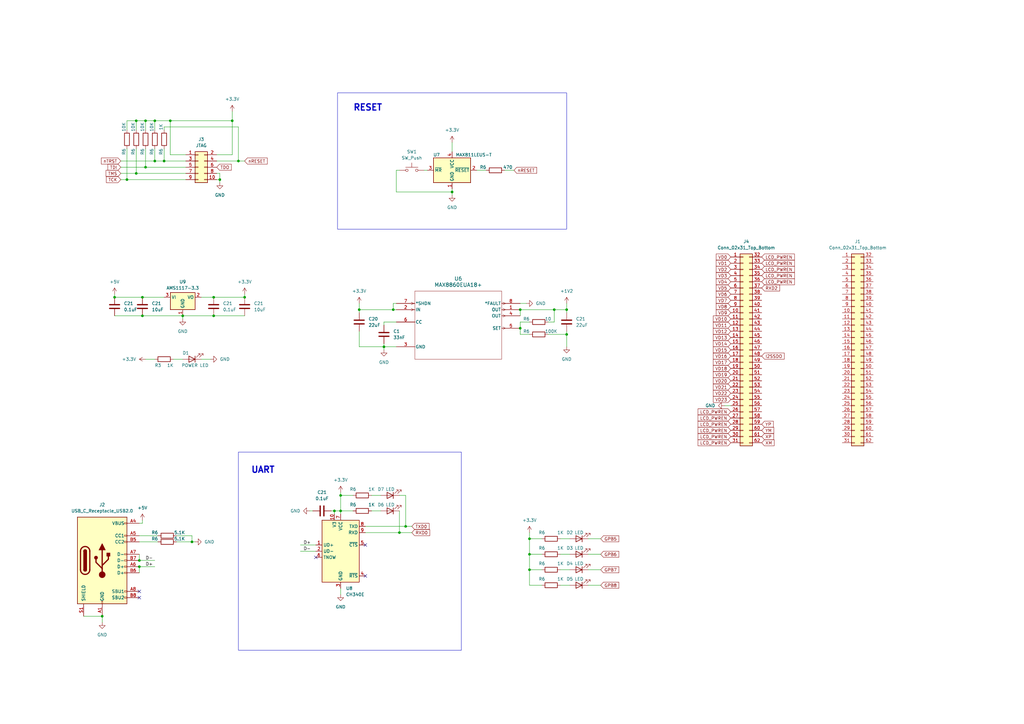
<source format=kicad_sch>
(kicad_sch (version 20230121) (generator eeschema)
  (paper "A3")
  (lib_symbols
    (symbol "Connector:USB_C_Receptacle_USB2.0" (pin_names (offset 1.016))
      (property "Reference" "J" (at -10.16 19.05 0))
      (property "Value" "USB_C_Receptacle_USB2.0" (at 19.05 19.05 0))
      (symbol "USB_C_Receptacle_USB2.0_1_1"
        (pin passive line (at 0 -22.86 90) (length 5.08) (name "GND") (number "A1"))
        (pin passive line (at 0 -22.86 90) (length 5.08) hide (name "GND") (number "A12"))
        (pin passive line (at 15.24 15.24 180) (length 5.08) (name "VBUS") (number "A4"))
        (pin bidirectional line (at 15.24 10.16 180) (length 5.08) (name "CC1") (number "A5"))
        (pin bidirectional line (at 15.24 -2.54 180) (length 5.08) (name "D+") (number "A6"))
        (pin bidirectional line (at 15.24 2.54 180) (length 5.08) (name "D-") (number "A7"))
        (pin bidirectional line (at 15.24 -12.7 180) (length 5.08) (name "SBU1") (number "A8"))
        (pin passive line (at 15.24 15.24 180) (length 5.08) hide (name "VBUS") (number "A9"))
        (pin passive line (at 0 -22.86 90) (length 5.08) hide (name "GND") (number "B1"))
        (pin passive line (at 0 -22.86 90) (length 5.08) hide (name "GND") (number "B12"))
        (pin passive line (at 15.24 15.24 180) (length 5.08) hide (name "VBUS") (number "B4"))
        (pin bidirectional line (at 15.24 7.62 180) (length 5.08) (name "CC2") (number "B5"))
        (pin bidirectional line (at 15.24 -5.08 180) (length 5.08) (name "D+") (number "B6"))
        (pin bidirectional line (at 15.24 0 180) (length 5.08) (name "D-") (number "B7"))
        (pin bidirectional line (at 15.24 -15.24 180) (length 5.08) (name "SBU2") (number "B8"))
        (pin passive line (at 15.24 15.24 180) (length 5.08) hide (name "VBUS") (number "B9"))
        (pin passive line (at -7.62 -22.86 90) (length 5.08) (name "SHIELD") (number "S1"))
      )
    )
    (symbol "Connector_Generic:Conn_02x05_Odd_Even" (pin_names (offset 1.016) hide)
      (property "Reference" "J" (at 1.27 7.62 0))
      (property "Value" "Conn_02x05_Odd_Even" (at 1.27 -7.62 0))
      (symbol "Conn_02x05_Odd_Even_1_1"
        (pin passive line (at -5.08 5.08 0) (length 3.81) (name "Pin_1") (number "1"))
        (pin passive line (at 7.62 -5.08 180) (length 3.81) (name "Pin_10") (number "10"))
        (pin passive line (at 7.62 5.08 180) (length 3.81) (name "Pin_2") (number "2"))
        (pin passive line (at -5.08 2.54 0) (length 3.81) (name "Pin_3") (number "3"))
        (pin passive line (at 7.62 2.54 180) (length 3.81) (name "Pin_4") (number "4"))
        (pin passive line (at -5.08 0 0) (length 3.81) (name "Pin_5") (number "5"))
        (pin passive line (at 7.62 0 180) (length 3.81) (name "Pin_6") (number "6"))
        (pin passive line (at -5.08 -2.54 0) (length 3.81) (name "Pin_7") (number "7"))
        (pin passive line (at 7.62 -2.54 180) (length 3.81) (name "Pin_8") (number "8"))
        (pin passive line (at -5.08 -5.08 0) (length 3.81) (name "Pin_9") (number "9"))
      )
    )
    (symbol "Connector_Generic:Conn_02x31_Top_Bottom" (pin_names (offset 1.016) hide)
      (property "Reference" "J" (at 1.27 40.64 0))
      (property "Value" "Conn_02x31_Top_Bottom" (at 1.27 -40.64 0))
      (symbol "Conn_02x31_Top_Bottom_1_1"
        (pin passive line (at -5.08 38.1 0) (length 3.81) (name "Pin_1") (number "1"))
        (pin passive line (at -5.08 15.24 0) (length 3.81) (name "Pin_10") (number "10"))
        (pin passive line (at -5.08 12.7 0) (length 3.81) (name "Pin_11") (number "11"))
        (pin passive line (at -5.08 10.16 0) (length 3.81) (name "Pin_12") (number "12"))
        (pin passive line (at -5.08 7.62 0) (length 3.81) (name "Pin_13") (number "13"))
        (pin passive line (at -5.08 5.08 0) (length 3.81) (name "Pin_14") (number "14"))
        (pin passive line (at -5.08 2.54 0) (length 3.81) (name "Pin_15") (number "15"))
        (pin passive line (at -5.08 0 0) (length 3.81) (name "Pin_16") (number "16"))
        (pin passive line (at -5.08 -2.54 0) (length 3.81) (name "Pin_17") (number "17"))
        (pin passive line (at -5.08 -5.08 0) (length 3.81) (name "Pin_18") (number "18"))
        (pin passive line (at -5.08 -7.62 0) (length 3.81) (name "Pin_19") (number "19"))
        (pin passive line (at -5.08 35.56 0) (length 3.81) (name "Pin_2") (number "2"))
        (pin passive line (at -5.08 -10.16 0) (length 3.81) (name "Pin_20") (number "20"))
        (pin passive line (at -5.08 -12.7 0) (length 3.81) (name "Pin_21") (number "21"))
        (pin passive line (at -5.08 -15.24 0) (length 3.81) (name "Pin_22") (number "22"))
        (pin passive line (at -5.08 -17.78 0) (length 3.81) (name "Pin_23") (number "23"))
        (pin passive line (at -5.08 -20.32 0) (length 3.81) (name "Pin_24") (number "24"))
        (pin passive line (at -5.08 -22.86 0) (length 3.81) (name "Pin_25") (number "25"))
        (pin passive line (at -5.08 -25.4 0) (length 3.81) (name "Pin_26") (number "26"))
        (pin passive line (at -5.08 -27.94 0) (length 3.81) (name "Pin_27") (number "27"))
        (pin passive line (at -5.08 -30.48 0) (length 3.81) (name "Pin_28") (number "28"))
        (pin passive line (at -5.08 -33.02 0) (length 3.81) (name "Pin_29") (number "29"))
        (pin passive line (at -5.08 33.02 0) (length 3.81) (name "Pin_3") (number "3"))
        (pin passive line (at -5.08 -35.56 0) (length 3.81) (name "Pin_30") (number "30"))
        (pin passive line (at -5.08 -38.1 0) (length 3.81) (name "Pin_31") (number "31"))
        (pin passive line (at 7.62 38.1 180) (length 3.81) (name "Pin_32") (number "32"))
        (pin passive line (at 7.62 35.56 180) (length 3.81) (name "Pin_33") (number "33"))
        (pin passive line (at 7.62 33.02 180) (length 3.81) (name "Pin_34") (number "34"))
        (pin passive line (at 7.62 30.48 180) (length 3.81) (name "Pin_35") (number "35"))
        (pin passive line (at 7.62 27.94 180) (length 3.81) (name "Pin_36") (number "36"))
        (pin passive line (at 7.62 25.4 180) (length 3.81) (name "Pin_37") (number "37"))
        (pin passive line (at 7.62 22.86 180) (length 3.81) (name "Pin_38") (number "38"))
        (pin passive line (at 7.62 20.32 180) (length 3.81) (name "Pin_39") (number "39"))
        (pin passive line (at -5.08 30.48 0) (length 3.81) (name "Pin_4") (number "4"))
        (pin passive line (at 7.62 17.78 180) (length 3.81) (name "Pin_40") (number "40"))
        (pin passive line (at 7.62 15.24 180) (length 3.81) (name "Pin_41") (number "41"))
        (pin passive line (at 7.62 12.7 180) (length 3.81) (name "Pin_42") (number "42"))
        (pin passive line (at 7.62 10.16 180) (length 3.81) (name "Pin_43") (number "43"))
        (pin passive line (at 7.62 7.62 180) (length 3.81) (name "Pin_44") (number "44"))
        (pin passive line (at 7.62 5.08 180) (length 3.81) (name "Pin_45") (number "45"))
        (pin passive line (at 7.62 2.54 180) (length 3.81) (name "Pin_46") (number "46"))
        (pin passive line (at 7.62 0 180) (length 3.81) (name "Pin_47") (number "47"))
        (pin passive line (at 7.62 -2.54 180) (length 3.81) (name "Pin_48") (number "48"))
        (pin passive line (at 7.62 -5.08 180) (length 3.81) (name "Pin_49") (number "49"))
        (pin passive line (at -5.08 27.94 0) (length 3.81) (name "Pin_5") (number "5"))
        (pin passive line (at 7.62 -7.62 180) (length 3.81) (name "Pin_50") (number "50"))
        (pin passive line (at 7.62 -10.16 180) (length 3.81) (name "Pin_51") (number "51"))
        (pin passive line (at 7.62 -12.7 180) (length 3.81) (name "Pin_52") (number "52"))
        (pin passive line (at 7.62 -15.24 180) (length 3.81) (name "Pin_53") (number "53"))
        (pin passive line (at 7.62 -17.78 180) (length 3.81) (name "Pin_54") (number "54"))
        (pin passive line (at 7.62 -20.32 180) (length 3.81) (name "Pin_55") (number "55"))
        (pin passive line (at 7.62 -22.86 180) (length 3.81) (name "Pin_56") (number "56"))
        (pin passive line (at 7.62 -25.4 180) (length 3.81) (name "Pin_57") (number "57"))
        (pin passive line (at 7.62 -27.94 180) (length 3.81) (name "Pin_58") (number "58"))
        (pin passive line (at 7.62 -30.48 180) (length 3.81) (name "Pin_59") (number "59"))
        (pin passive line (at -5.08 25.4 0) (length 3.81) (name "Pin_6") (number "6"))
        (pin passive line (at 7.62 -33.02 180) (length 3.81) (name "Pin_60") (number "60"))
        (pin passive line (at 7.62 -35.56 180) (length 3.81) (name "Pin_61") (number "61"))
        (pin passive line (at 7.62 -38.1 180) (length 3.81) (name "Pin_62") (number "62"))
        (pin passive line (at -5.08 22.86 0) (length 3.81) (name "Pin_7") (number "7"))
        (pin passive line (at -5.08 20.32 0) (length 3.81) (name "Pin_8") (number "8"))
        (pin passive line (at -5.08 17.78 0) (length 3.81) (name "Pin_9") (number "9"))
      )
    )
    (symbol "Device:C" (pin_numbers hide) (pin_names (offset 0.254))
      (property "Reference" "C" (at 0.635 2.54 0))
      (property "Value" "C" (at 0.635 -2.54 0))
      (symbol "C_1_1"
        (pin passive line (at 0 3.81 270) (length 2.794) (name "~") (number "1"))
        (pin passive line (at 0 -3.81 90) (length 2.794) (name "~") (number "2"))
      )
    )
    (symbol "Device:LED" (pin_numbers hide) (pin_names (offset 1.016) hide)
      (property "Reference" "D" (at 0 2.54 0))
      (property "Value" "LED" (at 0 -2.54 0))
      (symbol "LED_1_1"
        (pin passive line (at -3.81 0 0) (length 2.54) (name "K") (number "1"))
        (pin passive line (at 3.81 0 180) (length 2.54) (name "A") (number "2"))
      )
    )
    (symbol "Device:R" (pin_numbers hide) (pin_names (offset 0))
      (property "Reference" "R" (at 2.032 0 90))
      (property "Value" "R" (at 0 0 90))
      (symbol "R_1_1"
        (pin passive line (at 0 3.81 270) (length 1.27) (name "~") (number "1"))
        (pin passive line (at 0 -3.81 90) (length 1.27) (name "~") (number "2"))
      )
    )
    (symbol "Interface_USB:CH340E"
      (property "Reference" "U" (at -5.08 13.97 0))
      (property "Value" "CH340E" (at 1.27 13.97 0))
      (symbol "CH340E_1_1"
        (pin bidirectional line (at -10.16 2.54 0) (length 2.54) (name "UD+") (number "1"))
        (pin passive line (at -2.54 15.24 270) (length 2.54) (name "V3") (number "10"))
        (pin bidirectional line (at -10.16 0 0) (length 2.54) (name "UD-") (number "2"))
        (pin power_in line (at 0 -15.24 90) (length 2.54) (name "GND") (number "3"))
        (pin output line (at 10.16 -10.16 180) (length 2.54) (name "~{RTS}") (number "4"))
        (pin input line (at 10.16 2.54 180) (length 2.54) (name "~{CTS}") (number "5"))
        (pin output line (at -10.16 -2.54 0) (length 2.54) (name "TNOW") (number "6"))
        (pin power_in line (at 0 15.24 270) (length 2.54) (name "VCC") (number "7"))
        (pin output line (at 10.16 10.16 180) (length 2.54) (name "TXD") (number "8"))
        (pin input line (at 10.16 7.62 180) (length 2.54) (name "RXD") (number "9"))
      )
    )
    (symbol "MAX8860EUA18:MAX8860EUA18+" (pin_names (offset 0.254))
      (property "Reference" "U" (at 25.4 10.16 0))
      (property "Value" "MAX8860EUA18+" (at 25.4 7.62 0))
      (symbol "MAX8860EUA18+_0_1"
        (pin output line (at 50.8 -2.54 180) (length 7.62) (name "OUT") (number "1"))
        (pin input line (at 0 -2.54 0) (length 7.62) (name "IN") (number "2"))
        (pin power_in line (at 0 -17.78 0) (length 7.62) (name "GND") (number "3"))
        (pin output line (at 50.8 -5.08 180) (length 7.62) (name "OUT") (number "4"))
        (pin output line (at 50.8 -10.16 180) (length 7.62) (name "SET") (number "5"))
        (pin unspecified line (at 0 -7.62 0) (length 7.62) (name "CC") (number "6"))
        (pin input line (at 0 0 0) (length 7.62) (name "*SHDN") (number "7"))
        (pin output line (at 50.8 0 180) (length 7.62) (name "*FAULT") (number "8"))
      )
    )
    (symbol "Power_Supervisor:MAX811LEUS-T"
      (property "Reference" "U" (at -7.62 6.35 0))
      (property "Value" "MAX811LEUS-T" (at 1.27 6.35 0))
      (symbol "MAX811LEUS-T_1_1"
        (pin power_in line (at 0 -7.62 90) (length 2.54) (name "GND") (number "1"))
        (pin output line (at 10.16 0 180) (length 2.54) (name "~{RESET}") (number "2"))
        (pin input line (at -10.16 0 0) (length 2.54) (name "~{MR}") (number "3"))
        (pin power_in line (at 0 7.62 270) (length 2.54) (name "VCC") (number "4"))
      )
    )
    (symbol "Regulator_Linear:AMS1117-3.3"
      (property "Reference" "U" (at -3.81 3.175 0))
      (property "Value" "AMS1117-3.3" (at 0 3.175 0))
      (symbol "AMS1117-3.3_1_1"
        (pin power_in line (at 0 -7.62 90) (length 2.54) (name "GND") (number "1"))
        (pin power_out line (at 7.62 0 180) (length 2.54) (name "VO") (number "2"))
        (pin power_in line (at -7.62 0 0) (length 2.54) (name "VI") (number "3"))
      )
    )
    (symbol "Switch:SW_Push" (pin_numbers hide) (pin_names (offset 1.016) hide)
      (property "Reference" "SW" (at 1.27 2.54 0))
      (property "Value" "SW_Push" (at 0 -1.524 0))
      (symbol "SW_Push_0_1"
        (pin passive line (at -5.08 0 0) (length 2.54) (name "1") (number "1"))
        (pin passive line (at 5.08 0 180) (length 2.54) (name "2") (number "2"))
      )
    )
    (symbol "power:+1V2" (power) (pin_names (offset 0))
      (property "Value" "+1V2" (at 0 3.556 0))
      (symbol "+1V2_1_1"
        (pin power_in line (at 0 0 90) (length 0) hide (name "+1V2") (number "1"))
      )
    )
    (symbol "power:+3.3V" (power) (pin_names (offset 0))
      (property "Value" "+3.3V" (at 0 3.556 0))
      (symbol "+3.3V_1_1"
        (pin power_in line (at 0 0 90) (length 0) hide (name "+3.3V") (number "1"))
      )
    )
    (symbol "power:+5V" (power) (pin_names (offset 0))
      (property "Value" "+5V" (at 0 3.556 0))
      (symbol "+5V_1_1"
        (pin power_in line (at 0 0 90) (length 0) hide (name "+5V") (number "1"))
      )
    )
    (symbol "power:GND" (power) (pin_names (offset 0))
      (property "Value" "GND" (at 0 -3.81 0))
      (symbol "GND_1_1"
        (pin power_in line (at 0 0 270) (length 0) hide (name "GND") (number "1"))
      )
    )
  )
  (junction (at 213.36 134.62))
  (junction (at 232.41 137.16))
  (junction (at 137.16 209.55))
  (junction (at 46.99 121.92))
  (junction (at 161.29 127))
  (junction (at 139.7 203.2))
  (junction (at 58.42 129.54))
  (junction (at 232.41 127))
  (junction (at 78.74 222.25))
  (junction (at 157.48 142.24))
  (junction (at 58.42 121.92))
  (junction (at 163.83 218.44))
  (junction (at 63.5 66.04))
  (junction (at 57.15 229.87))
  (junction (at 217.17 220.98))
  (junction (at 52.07 73.66))
  (junction (at 87.63 129.54))
  (junction (at 100.33 121.92))
  (junction (at 90.17 73.66))
  (junction (at 213.36 127))
  (junction (at 63.5 49.53))
  (junction (at 57.15 232.41))
  (junction (at 55.88 71.12))
  (junction (at 227.33 127))
  (junction (at 59.69 49.53))
  (junction (at 97.79 66.04))
  (junction (at 217.17 227.33))
  (junction (at 95.25 49.53))
  (junction (at 59.69 68.58))
  (junction (at 139.7 209.55))
  (junction (at 166.37 215.9))
  (junction (at 217.17 233.68))
  (junction (at 55.88 49.53))
  (junction (at 69.85 49.53))
  (junction (at 147.32 127))
  (junction (at 87.63 121.92))
  (junction (at 185.42 78.74))
  (junction (at 67.31 66.04))
  (junction (at 41.91 252.73))
  (junction (at 74.93 129.54))
  (no_connect (at 149.86 223.52))
  (no_connect (at 129.54 228.6))
  (no_connect (at 149.86 236.22))
  (no_connect (at 57.15 245.11))
  (no_connect (at 57.15 242.57))
  (wire (pts (xy 87.63 121.92) (xy 100.33 121.92)))
  (wire (pts (xy 229.87 227.33) (xy 233.68 227.33)))
  (wire (pts (xy 46.99 129.54) (xy 58.42 129.54)))
  (wire (pts (xy 57.15 232.41) (xy 63.5 232.41)))
  (wire (pts (xy 49.53 66.04) (xy 63.5 66.04)))
  (wire (pts (xy 139.7 209.55) (xy 144.78 209.55)))
  (wire (pts (xy 88.9 71.12) (xy 90.17 71.12)))
  (wire (pts (xy 57.15 229.87) (xy 63.5 229.87)))
  (wire (pts (xy 63.5 60.96) (xy 63.5 66.04)))
  (wire (pts (xy 217.17 220.98) (xy 217.17 227.33)))
  (wire (pts (xy 157.48 143.51) (xy 157.48 142.24)))
  (wire (pts (xy 246.38 233.68) (xy 241.3 233.68)))
  (wire (pts (xy 72.39 222.25) (xy 78.74 222.25)))
  (wire (pts (xy 147.32 135.89) (xy 147.32 142.24)))
  (wire (pts (xy 213.36 127) (xy 213.36 129.54)))
  (wire (pts (xy 246.38 240.03) (xy 241.3 240.03)))
  (wire (pts (xy 149.86 215.9) (xy 166.37 215.9)))
  (wire (pts (xy 97.79 52.07) (xy 97.79 66.04)))
  (wire (pts (xy 147.32 142.24) (xy 157.48 142.24)))
  (wire (pts (xy 297.18 166.37) (xy 299.72 166.37)))
  (wire (pts (xy 213.36 127) (xy 227.33 127)))
  (wire (pts (xy 71.12 147.32) (xy 74.93 147.32)))
  (wire (pts (xy 59.69 68.58) (xy 76.2 68.58)))
  (wire (pts (xy 162.56 132.08) (xy 157.48 132.08)))
  (wire (pts (xy 161.29 124.46) (xy 162.56 124.46)))
  (wire (pts (xy 217.17 132.08) (xy 213.36 132.08)))
  (wire (pts (xy 227.33 127) (xy 227.33 132.08)))
  (wire (pts (xy 147.32 127) (xy 147.32 128.27)))
  (wire (pts (xy 139.7 203.2) (xy 139.7 209.55)))
  (wire (pts (xy 86.36 147.32) (xy 82.55 147.32)))
  (wire (pts (xy 139.7 241.3) (xy 139.7 243.84)))
  (wire (pts (xy 59.69 147.32) (xy 63.5 147.32)))
  (wire (pts (xy 59.69 60.96) (xy 59.69 68.58)))
  (wire (pts (xy 58.42 213.36) (xy 58.42 214.63)))
  (wire (pts (xy 67.31 52.07) (xy 97.79 52.07)))
  (wire (pts (xy 100.33 120.65) (xy 100.33 121.92)))
  (wire (pts (xy 161.29 127) (xy 162.56 127)))
  (wire (pts (xy 55.88 71.12) (xy 76.2 71.12)))
  (wire (pts (xy 127 209.55) (xy 128.27 209.55)))
  (wire (pts (xy 52.07 60.96) (xy 52.07 73.66)))
  (wire (pts (xy 213.36 132.08) (xy 213.36 134.62)))
  (wire (pts (xy 227.33 132.08) (xy 224.79 132.08)))
  (wire (pts (xy 232.41 124.46) (xy 232.41 127)))
  (wire (pts (xy 59.69 53.34) (xy 59.69 49.53)))
  (wire (pts (xy 137.16 210.82) (xy 137.16 209.55)))
  (wire (pts (xy 58.42 129.54) (xy 74.93 129.54)))
  (wire (pts (xy 135.89 209.55) (xy 137.16 209.55)))
  (wire (pts (xy 166.37 203.2) (xy 163.83 203.2)))
  (wire (pts (xy 123.19 223.52) (xy 129.54 223.52)))
  (wire (pts (xy 217.17 218.44) (xy 217.17 220.98)))
  (wire (pts (xy 87.63 129.54) (xy 100.33 129.54)))
  (wire (pts (xy 232.41 135.89) (xy 232.41 137.16)))
  (wire (pts (xy 34.29 252.73) (xy 41.91 252.73)))
  (wire (pts (xy 157.48 142.24) (xy 162.56 142.24)))
  (wire (pts (xy 161.29 127) (xy 147.32 127)))
  (wire (pts (xy 147.32 124.46) (xy 147.32 127)))
  (wire (pts (xy 49.53 68.58) (xy 59.69 68.58)))
  (wire (pts (xy 232.41 137.16) (xy 232.41 142.24)))
  (wire (pts (xy 157.48 132.08) (xy 157.48 133.35)))
  (wire (pts (xy 232.41 127) (xy 232.41 128.27)))
  (wire (pts (xy 185.42 78.74) (xy 185.42 80.01)))
  (wire (pts (xy 166.37 203.2) (xy 166.37 215.9)))
  (wire (pts (xy 55.88 60.96) (xy 55.88 71.12)))
  (wire (pts (xy 222.25 240.03) (xy 217.17 240.03)))
  (wire (pts (xy 195.58 69.85) (xy 199.39 69.85)))
  (wire (pts (xy 67.31 53.34) (xy 67.31 52.07)))
  (wire (pts (xy 57.15 222.25) (xy 64.77 222.25)))
  (wire (pts (xy 76.2 63.5) (xy 69.85 63.5)))
  (wire (pts (xy 139.7 203.2) (xy 144.78 203.2)))
  (wire (pts (xy 149.86 218.44) (xy 163.83 218.44)))
  (wire (pts (xy 57.15 234.95) (xy 57.15 232.41)))
  (wire (pts (xy 67.31 66.04) (xy 76.2 66.04)))
  (wire (pts (xy 88.9 66.04) (xy 97.79 66.04)))
  (wire (pts (xy 166.37 215.9) (xy 168.91 215.9)))
  (wire (pts (xy 59.69 49.53) (xy 63.5 49.53)))
  (wire (pts (xy 95.25 45.72) (xy 95.25 49.53)))
  (wire (pts (xy 139.7 201.93) (xy 139.7 203.2)))
  (wire (pts (xy 41.91 255.27) (xy 41.91 252.73)))
  (wire (pts (xy 162.56 78.74) (xy 185.42 78.74)))
  (wire (pts (xy 137.16 209.55) (xy 139.7 209.55)))
  (wire (pts (xy 227.33 127) (xy 232.41 127)))
  (wire (pts (xy 215.9 124.46) (xy 213.36 124.46)))
  (wire (pts (xy 58.42 121.92) (xy 67.31 121.92)))
  (wire (pts (xy 95.25 49.53) (xy 95.25 63.5)))
  (wire (pts (xy 52.07 49.53) (xy 52.07 53.34)))
  (wire (pts (xy 46.99 120.65) (xy 46.99 121.92)))
  (wire (pts (xy 52.07 49.53) (xy 55.88 49.53)))
  (wire (pts (xy 72.39 219.71) (xy 78.74 219.71)))
  (wire (pts (xy 90.17 71.12) (xy 90.17 73.66)))
  (wire (pts (xy 173.99 69.85) (xy 175.26 69.85)))
  (wire (pts (xy 213.36 134.62) (xy 213.36 137.16)))
  (wire (pts (xy 229.87 233.68) (xy 233.68 233.68)))
  (wire (pts (xy 161.29 124.46) (xy 161.29 127)))
  (wire (pts (xy 162.56 69.85) (xy 163.83 69.85)))
  (wire (pts (xy 152.4 203.2) (xy 156.21 203.2)))
  (wire (pts (xy 90.17 74.93) (xy 90.17 73.66)))
  (wire (pts (xy 57.15 227.33) (xy 57.15 229.87)))
  (wire (pts (xy 217.17 233.68) (xy 217.17 240.03)))
  (wire (pts (xy 152.4 209.55) (xy 156.21 209.55)))
  (wire (pts (xy 69.85 49.53) (xy 69.85 63.5)))
  (wire (pts (xy 217.17 227.33) (xy 217.17 233.68)))
  (wire (pts (xy 63.5 53.34) (xy 63.5 49.53)))
  (wire (pts (xy 49.53 73.66) (xy 52.07 73.66)))
  (wire (pts (xy 78.74 222.25) (xy 80.01 222.25)))
  (wire (pts (xy 57.15 219.71) (xy 64.77 219.71)))
  (wire (pts (xy 58.42 214.63) (xy 57.15 214.63)))
  (wire (pts (xy 90.17 73.66) (xy 88.9 73.66)))
  (wire (pts (xy 185.42 77.47) (xy 185.42 78.74)))
  (wire (pts (xy 88.9 63.5) (xy 95.25 63.5)))
  (wire (pts (xy 229.87 240.03) (xy 233.68 240.03)))
  (wire (pts (xy 185.42 58.42) (xy 185.42 62.23)))
  (wire (pts (xy 78.74 219.71) (xy 78.74 222.25)))
  (wire (pts (xy 74.93 130.81) (xy 74.93 129.54)))
  (wire (pts (xy 55.88 49.53) (xy 59.69 49.53)))
  (wire (pts (xy 63.5 66.04) (xy 67.31 66.04)))
  (wire (pts (xy 246.38 227.33) (xy 241.3 227.33)))
  (wire (pts (xy 82.55 121.92) (xy 87.63 121.92)))
  (wire (pts (xy 97.79 66.04) (xy 100.33 66.04)))
  (wire (pts (xy 49.53 71.12) (xy 55.88 71.12)))
  (wire (pts (xy 163.83 218.44) (xy 168.91 218.44)))
  (wire (pts (xy 224.79 137.16) (xy 232.41 137.16)))
  (wire (pts (xy 63.5 49.53) (xy 69.85 49.53)))
  (wire (pts (xy 222.25 233.68) (xy 217.17 233.68)))
  (wire (pts (xy 217.17 227.33) (xy 222.25 227.33)))
  (wire (pts (xy 74.93 129.54) (xy 87.63 129.54)))
  (wire (pts (xy 246.38 220.98) (xy 241.3 220.98)))
  (wire (pts (xy 55.88 49.53) (xy 55.88 53.34)))
  (wire (pts (xy 123.19 226.06) (xy 129.54 226.06)))
  (wire (pts (xy 210.82 69.85) (xy 207.01 69.85)))
  (wire (pts (xy 46.99 121.92) (xy 58.42 121.92)))
  (wire (pts (xy 222.25 220.98) (xy 217.17 220.98)))
  (wire (pts (xy 163.83 209.55) (xy 163.83 218.44)))
  (wire (pts (xy 67.31 60.96) (xy 67.31 66.04)))
  (wire (pts (xy 69.85 49.53) (xy 95.25 49.53)))
  (wire (pts (xy 52.07 73.66) (xy 76.2 73.66)))
  (wire (pts (xy 157.48 140.97) (xy 157.48 142.24)))
  (wire (pts (xy 162.56 69.85) (xy 162.56 78.74)))
  (wire (pts (xy 229.87 220.98) (xy 233.68 220.98)))
  (wire (pts (xy 213.36 137.16) (xy 217.17 137.16)))
  (wire (pts (xy 139.7 209.55) (xy 139.7 210.82)))
  (rectangle (start 97.79 185.42) (end 189.23 266.7))
  (rectangle (start 138.43 38.1) (end 232.41 93.98))
  (text "UART" (at 102.87 194.31 0) (effects (font (size 2.54 2.54) (thickness 0.508) bold) (justify left bottom)))
  (text "RESET" (at 144.78 45.72 0) (effects (font (size 2.54 2.54) (thickness 0.508) bold) (justify left bottom)))
  (label "D-" (at 124.46 226.06 0))
  (label "D+" (at 124.46 223.52 0))
  (label "D+" (at 59.69 232.41 0))
  (label "D-" (at 59.69 229.87 0))
  (global_label "VD8" (shape input) (at 299.72 125.73 180) (property "Intersheetrefs" "${INTERSHEET_REFS}" (effects hide)))
  (global_label "VD17" (shape input) (at 299.72 148.59 180) (property "Intersheetrefs" "${INTERSHEET_REFS}" (effects hide)))
  (global_label "nRESET" (shape input) (at 100.33 66.04 0) (property "Intersheetrefs" "${INTERSHEET_REFS}" (effects hide)))
  (global_label "LCD_PWREN" (shape input) (at 299.72 181.61 180) (property "Intersheetrefs" "${INTERSHEET_REFS}" (effects hide)))
  (global_label "VD21" (shape input) (at 299.72 158.75 180) (property "Intersheetrefs" "${INTERSHEET_REFS}" (effects hide)))
  (global_label "VD16" (shape input) (at 299.72 146.05 180) (property "Intersheetrefs" "${INTERSHEET_REFS}" (effects hide)))
  (global_label "VD15" (shape input) (at 299.72 143.51 180) (property "Intersheetrefs" "${INTERSHEET_REFS}" (effects hide)))
  (global_label "nRESET" (shape input) (at 210.82 69.85 0) (property "Intersheetrefs" "${INTERSHEET_REFS}" (effects hide)))
  (global_label "VD20" (shape input) (at 299.72 156.21 180) (property "Intersheetrefs" "${INTERSHEET_REFS}" (effects hide)))
  (global_label "VD6" (shape input) (at 299.72 120.65 180) (property "Intersheetrefs" "${INTERSHEET_REFS}" (effects hide)))
  (global_label "VD18" (shape input) (at 299.72 151.13 180) (property "Intersheetrefs" "${INTERSHEET_REFS}" (effects hide)))
  (global_label "TMS" (shape input) (at 49.53 71.12 180) (property "Intersheetrefs" "${INTERSHEET_REFS}" (effects hide)))
  (global_label "TCK" (shape input) (at 49.53 73.66 180) (property "Intersheetrefs" "${INTERSHEET_REFS}" (effects hide)))
  (global_label "GPB7" (shape input) (at 246.38 233.68 0) (property "Intersheetrefs" "${INTERSHEET_REFS}" (effects hide)))
  (global_label "VD11" (shape input) (at 299.72 133.35 180) (property "Intersheetrefs" "${INTERSHEET_REFS}" (effects hide)))
  (global_label "VD10" (shape input) (at 299.72 130.81 180) (property "Intersheetrefs" "${INTERSHEET_REFS}" (effects hide)))
  (global_label "I2SSDO" (shape input) (at 312.42 146.05 0) (property "Intersheetrefs" "${INTERSHEET_REFS}" (effects hide)))
  (global_label "XM" (shape input) (at 312.42 181.61 0) (property "Intersheetrefs" "${INTERSHEET_REFS}" (effects hide)))
  (global_label "TXD0" (shape input) (at 168.91 215.9 0) (property "Intersheetrefs" "${INTERSHEET_REFS}" (effects hide)))
  (global_label "LCD_PWREN" (shape input) (at 312.42 107.95 0) (property "Intersheetrefs" "${INTERSHEET_REFS}" (effects hide)))
  (global_label "VD9" (shape input) (at 299.72 128.27 180) (property "Intersheetrefs" "${INTERSHEET_REFS}" (effects hide)))
  (global_label "LCD_PWREN" (shape input) (at 299.72 168.91 180) (property "Intersheetrefs" "${INTERSHEET_REFS}" (effects hide)))
  (global_label "VD1" (shape input) (at 299.72 107.95 180) (property "Intersheetrefs" "${INTERSHEET_REFS}" (effects hide)))
  (global_label "YP" (shape input) (at 312.42 173.99 0) (property "Intersheetrefs" "${INTERSHEET_REFS}" (effects hide)))
  (global_label "VD5" (shape input) (at 299.72 118.11 180) (property "Intersheetrefs" "${INTERSHEET_REFS}" (effects hide)))
  (global_label "LCD_PWREN" (shape input) (at 312.42 115.57 0) (property "Intersheetrefs" "${INTERSHEET_REFS}" (effects hide)))
  (global_label "VD14" (shape input) (at 299.72 140.97 180) (property "Intersheetrefs" "${INTERSHEET_REFS}" (effects hide)))
  (global_label "TDO" (shape input) (at 88.9 68.58 0) (property "Intersheetrefs" "${INTERSHEET_REFS}" (effects hide)))
  (global_label "LCD_PWREN" (shape input) (at 312.42 105.41 0) (property "Intersheetrefs" "${INTERSHEET_REFS}" (effects hide)))
  (global_label "VD19" (shape input) (at 299.72 153.67 180) (property "Intersheetrefs" "${INTERSHEET_REFS}" (effects hide)))
  (global_label "LCD_PWREN" (shape input) (at 312.42 110.49 0) (property "Intersheetrefs" "${INTERSHEET_REFS}" (effects hide)))
  (global_label "LCD_PWREN" (shape input) (at 299.72 179.07 180) (property "Intersheetrefs" "${INTERSHEET_REFS}" (effects hide)))
  (global_label "VD7" (shape input) (at 299.72 123.19 180) (property "Intersheetrefs" "${INTERSHEET_REFS}" (effects hide)))
  (global_label "VD2" (shape input) (at 299.72 110.49 180) (property "Intersheetrefs" "${INTERSHEET_REFS}" (effects hide)))
  (global_label "VD4" (shape input) (at 299.72 115.57 180) (property "Intersheetrefs" "${INTERSHEET_REFS}" (effects hide)))
  (global_label "XP" (shape input) (at 312.42 179.07 0) (property "Intersheetrefs" "${INTERSHEET_REFS}" (effects hide)))
  (global_label "VD12" (shape input) (at 299.72 135.89 180) (property "Intersheetrefs" "${INTERSHEET_REFS}" (effects hide)))
  (global_label "GPB6" (shape input) (at 246.38 227.33 0) (property "Intersheetrefs" "${INTERSHEET_REFS}" (effects hide)))
  (global_label "VD13" (shape input) (at 299.72 138.43 180) (property "Intersheetrefs" "${INTERSHEET_REFS}" (effects hide)))
  (global_label "LCD_PWREN" (shape input) (at 299.72 171.45 180) (property "Intersheetrefs" "${INTERSHEET_REFS}" (effects hide)))
  (global_label "VD23" (shape input) (at 299.72 163.83 180) (property "Intersheetrefs" "${INTERSHEET_REFS}" (effects hide)))
  (global_label "LCD_PWREN" (shape input) (at 312.42 113.03 0) (property "Intersheetrefs" "${INTERSHEET_REFS}" (effects hide)))
  (global_label "GPB8" (shape input) (at 246.38 240.03 0) (property "Intersheetrefs" "${INTERSHEET_REFS}" (effects hide)))
  (global_label "LCD_PWREN" (shape input) (at 299.72 176.53 180) (property "Intersheetrefs" "${INTERSHEET_REFS}" (effects hide)))
  (global_label "TDI" (shape input) (at 49.53 68.58 180) (property "Intersheetrefs" "${INTERSHEET_REFS}" (effects hide)))
  (global_label "RXD2" (shape input) (at 312.42 118.11 0) (property "Intersheetrefs" "${INTERSHEET_REFS}" (effects hide)))
  (global_label "VD22" (shape input) (at 299.72 161.29 180) (property "Intersheetrefs" "${INTERSHEET_REFS}" (effects hide)))
  (global_label "LCD_PWREN" (shape input) (at 299.72 173.99 180) (property "Intersheetrefs" "${INTERSHEET_REFS}" (effects hide)))
  (global_label "nTRST" (shape input) (at 49.53 66.04 180) (property "Intersheetrefs" "${INTERSHEET_REFS}" (effects hide)))
  (global_label "VD3" (shape input) (at 299.72 113.03 180) (property "Intersheetrefs" "${INTERSHEET_REFS}" (effects hide)))
  (global_label "VD0" (shape input) (at 299.72 105.41 180) (property "Intersheetrefs" "${INTERSHEET_REFS}" (effects hide)))
  (global_label "YM" (shape input) (at 312.42 176.53 0) (property "Intersheetrefs" "${INTERSHEET_REFS}" (effects hide)))
  (global_label "GPB5" (shape input) (at 246.38 220.98 0) (property "Intersheetrefs" "${INTERSHEET_REFS}" (effects hide)))
  (global_label "RXD0" (shape input) (at 168.91 218.44 0) (property "Intersheetrefs" "${INTERSHEET_REFS}" (effects hide)))
  (symbol (lib_id "Interface_USB:CH340E") (at 139.7 226.06 0) (unit 1)
    (property "Reference" "U8" (at 141.8941 241.3 0) (effects (justify left)))
    (property "Value" "CH340E" (at 141.8941 243.84 0) (effects (justify left)))
    (property "Footprint" "Package_SO:MSOP-10_3x3mm_P0.5mm" (effects hide))
    (property "Datasheet" "https://www.mpja.com/download/35227cpdata.pdf" (effects hide))
  )
  (symbol (lib_id "Regulator_Linear:AMS1117-3.3") (at 74.93 121.92 0) (unit 1)
    (property "Reference" "U9" (at 74.93 115.57 0))
    (property "Value" "AMS1117-3.3" (at 74.93 118.11 0))
    (property "Footprint" "Package_TO_SOT_SMD:SOT-223-3_TabPin2" (effects hide))
    (property "Datasheet" "http://www.advanced-monolithic.com/pdf/ds1117.pdf" (effects hide))
  )
  (symbol (lib_id "power:+3.3V") (at 139.7 201.93 0) (unit 1)
    (property "Reference" "#PWR05" (effects hide))
    (property "Value" "+3.3V" (at 139.7 196.85 0))
    (instances (project "my-s3c2440" (path "" (reference "#PWR05") (unit 1)) (path "" (reference "#PWR034") (unit 1)) (path "" (reference "#PWR046") (unit 1))))
  )
  (symbol (lib_id "Connector_Generic:Conn_02x05_Odd_Even") (at 81.28 68.58 0) (unit 1)
    (property "Reference" "J3" (at 82.55 57.15 0))
    (property "Value" "JTAG" (at 82.55 59.69 0))
  )
  (symbol (lib_id "power:GND") (at 80.01 222.25 90) (unit 1)
    (property "Reference" "#PWR031" (effects hide))
    (property "Value" "GND" (at 83.82 222.25 90) (effects (justify right)))
    (instances (project "my-s3c2440" (path "" (reference "#PWR031") (unit 1)) (path "" (reference "#PWR043") (unit 1))))
  )
  (symbol (lib_id "Device:R") (at 220.98 132.08 90) (unit 1)
    (property "Reference" "R6" (at 215.9 130.81 90))
    (property "Value" "10" (at 224.79 130.81 90))
    (property "Footprint" "Resistor_SMD:R_0603_1608Metric" (effects hide))
    (instances (project "my-s3c2440" (path "" (reference "R6") (unit 1)) (path "" (reference "R12") (unit 1)) (path "" (reference "R11") (unit 1))))
  )
  (symbol (lib_id "Device:C") (at 100.33 125.73 0) (unit 1)
    (property "Reference" "C21" (at 104.14 124.46 0) (effects (justify left)))
    (property "Value" "10uF" (at 104.14 127 0) (effects (justify left)))
    (property "Footprint" "Capacitor_SMD:C_0603_1608Metric" (effects hide))
    (instances (project "my-s3c2440" (path "" (reference "C21") (unit 1)) (path "" (reference "C26") (unit 1))))
  )
  (symbol (lib_id "Device:R") (at 63.5 57.15 180) (unit 1)
    (property "Reference" "R6" (at 62.23 62.23 90))
    (property "Value" "10K" (at 62.23 52.07 90))
    (property "Footprint" "Resistor_SMD:R_0603_1608Metric" (effects hide))
    (instances (project "my-s3c2440" (path "" (reference "R6") (unit 1)) (path "" (reference "R11") (unit 1)) (path "" (reference "R26") (unit 1))))
  )
  (symbol (lib_id "Device:R") (at 226.06 227.33 90) (unit 1)
    (property "Reference" "R6" (at 222.25 224.79 90))
    (property "Value" "1K" (at 229.87 224.79 90))
    (property "Footprint" "Resistor_SMD:R_0603_1608Metric" (effects hide))
    (instances (project "my-s3c2440" (path "" (reference "R6") (unit 1)) (path "" (reference "R6") (unit 1)) (path "" (reference "R19") (unit 1))))
  )
  (symbol (lib_id "Device:R") (at 52.07 57.15 180) (unit 1)
    (property "Reference" "R6" (at 50.8 62.23 90))
    (property "Value" "10K" (at 50.8 52.07 90))
    (property "Footprint" "Resistor_SMD:R_0603_1608Metric" (effects hide))
    (instances (project "my-s3c2440" (path "" (reference "R6") (unit 1)) (path "" (reference "R11") (unit 1)) (path "" (reference "R28") (unit 1))))
  )
  (symbol (lib_id "Device:R") (at 226.06 240.03 90) (unit 1)
    (property "Reference" "R6" (at 222.25 237.49 90))
    (property "Value" "1K" (at 229.87 237.49 90))
    (property "Footprint" "Resistor_SMD:R_0603_1608Metric" (effects hide))
    (instances (project "my-s3c2440" (path "" (reference "R6") (unit 1)) (path "" (reference "R6") (unit 1)) (path "" (reference "R21") (unit 1))))
  )
  (symbol (lib_id "Device:R") (at 59.69 57.15 180) (unit 1)
    (property "Reference" "R6" (at 58.42 62.23 90))
    (property "Value" "10K" (at 58.42 52.07 90))
    (property "Footprint" "Resistor_SMD:R_0603_1608Metric" (effects hide))
    (instances (project "my-s3c2440" (path "" (reference "R6") (unit 1)) (path "" (reference "R11") (unit 1)) (path "" (reference "R27") (unit 1))))
  )
  (symbol (lib_id "Device:R") (at 220.98 137.16 90) (unit 1)
    (property "Reference" "R6" (at 215.9 135.89 90))
    (property "Value" "100K" (at 226.06 135.89 90))
    (property "Footprint" "Resistor_SMD:R_0603_1608Metric" (effects hide))
    (instances (project "my-s3c2440" (path "" (reference "R6") (unit 1)) (path "" (reference "R11") (unit 1)) (path "" (reference "R12") (unit 1))))
  )
  (symbol (lib_id "power:+3.3V") (at 100.33 120.65 0) (unit 1)
    (property "Reference" "#PWR05" (effects hide))
    (property "Value" "+3.3V" (at 100.33 115.57 0))
    (instances (project "my-s3c2440" (path "" (reference "#PWR05") (unit 1)) (path "" (reference "#PWR034") (unit 1)) (path "" (reference "#PWR050") (unit 1))))
  )
  (symbol (lib_id "power:GND") (at 41.91 255.27 0) (unit 1)
    (property "Reference" "#PWR031" (effects hide))
    (property "Value" "GND" (at 41.91 260.35 0))
    (instances (project "my-s3c2440" (path "" (reference "#PWR031") (unit 1)) (path "" (reference "#PWR044") (unit 1))))
  )
  (symbol (lib_id "Device:LED") (at 78.74 147.32 180) (unit 1)
    (property "Reference" "D1" (at 76.2 144.78 0))
    (property "Value" "POWER LED" (at 80.01 149.86 0))
    (property "Footprint" "LED_SMD:LED_0603_1608Metric" (effects hide))
  )
  (symbol (lib_id "MAX8860EUA18:MAX8860EUA18+") (at 162.56 124.46 0) (unit 1)
    (property "Reference" "U6" (at 187.96 114.3 0) (effects (font (size 1.524 1.524))))
    (property "Value" "MAX8860EUA18+" (at 187.96 116.84 0) (effects (font (size 1.524 1.524))))
    (property "Datasheet" "MAX8860EUA18+" (effects hide))
  )
  (symbol (lib_id "Device:R") (at 55.88 57.15 180) (unit 1)
    (property "Reference" "R6" (at 54.61 62.23 90))
    (property "Value" "10K" (at 54.61 52.07 90))
    (property "Footprint" "Resistor_SMD:R_0603_1608Metric" (effects hide))
    (instances (project "my-s3c2440" (path "" (reference "R6") (unit 1)) (path "" (reference "R11") (unit 1)) (path "" (reference "R29") (unit 1))))
  )
  (symbol (lib_id "Device:C") (at 147.32 132.08 0) (unit 1)
    (property "Reference" "C20" (at 151.13 130.81 0) (effects (justify left)))
    (property "Value" "22uF" (at 151.13 133.35 0) (effects (justify left)))
    (property "Footprint" "Capacitor_SMD:C_0603_1608Metric" (effects hide))
    (instances (project "my-s3c2440" (path "" (reference "C20") (unit 1)) (path "" (reference "C1") (unit 1))))
  )
  (symbol (lib_id "power:+1V2") (at 232.41 124.46 0) (unit 1)
    (property "Reference" "#PWR023" (effects hide))
    (property "Value" "+1V2" (at 232.41 119.38 0))
    (instances (project "my-s3c2440" (path "" (reference "#PWR023") (unit 1)) (path "" (reference "#PWR033") (unit 1))))
  )
  (symbol (lib_id "Connector_Generic:Conn_02x31_Top_Bottom") (at 304.8 143.51 0) (unit 1)
    (property "Reference" "J4" (at 306.07 99.06 0))
    (property "Value" "Conn_02x31_Top_Bottom" (at 306.07 101.6 0))
  )
  (symbol (lib_id "power:+5V") (at 46.99 120.65 0) (unit 1)
    (property "Reference" "#PWR049" (effects hide))
    (property "Value" "+5V" (at 46.99 115.57 0))
  )
  (symbol (lib_id "Connector_Generic:Conn_02x31_Top_Bottom") (at 350.52 143.51 0) (unit 1)
    (property "Reference" "J1" (at 351.79 99.06 0))
    (property "Value" "Conn_02x31_Top_Bottom" (at 351.79 101.6 0))
  )
  (symbol (lib_id "Connector:USB_C_Receptacle_USB2.0") (at 41.91 229.87 0) (unit 1)
    (property "Reference" "J2" (at 41.91 207.01 0))
    (property "Value" "USB_C_Receptacle_USB2.0" (at 41.91 209.55 0))
    (property "Footprint" "Connector_USB:USB_C_Receptacle_XKB_U262-16XN-4BVC11" (effects hide))
    (property "Datasheet" "https://www.usb.org/sites/default/files/documents/usb_type-c.zip" (effects hide))
  )
  (symbol (lib_id "power:GND") (at 232.41 142.24 0) (unit 1)
    (property "Reference" "#PWR031" (effects hide))
    (property "Value" "GND" (at 232.41 147.32 0))
    (instances (project "my-s3c2440" (path "" (reference "#PWR031") (unit 1)) (path "" (reference "#PWR034") (unit 1))))
  )
  (symbol (lib_id "Device:LED") (at 160.02 203.2 180) (unit 1)
    (property "Reference" "D7" (at 156.21 200.66 0))
    (property "Value" "LED" (at 160.02 200.66 0))
    (property "Footprint" "LED_SMD:LED_0603_1608Metric" (effects hide))
    (instances (project "my-s3c2440" (path "" (reference "D7") (unit 1))) (project "8bit-v1.1" (path "" (reference "D34") (unit 1))))
  )
  (symbol (lib_id "Device:R") (at 68.58 219.71 90) (unit 1)
    (property "Reference" "R6" (at 63.5 218.44 90))
    (property "Value" "5.1K" (at 73.66 218.44 90))
    (property "Footprint" "Resistor_SMD:R_0603_1608Metric" (effects hide))
    (instances (project "my-s3c2440" (path "" (reference "R6") (unit 1)) (path "" (reference "R12") (unit 1)) (path "" (reference "R22") (unit 1))))
  )
  (symbol (lib_id "power:GND") (at 185.42 80.01 0) (unit 1)
    (property "Reference" "#PWR031" (effects hide))
    (property "Value" "GND" (at 185.42 85.09 0))
    (instances (project "my-s3c2440" (path "" (reference "#PWR031") (unit 1)) (path "" (reference "#PWR039") (unit 1))))
  )
  (symbol (lib_id "Device:R") (at 148.59 203.2 90) (unit 1)
    (property "Reference" "R6" (at 144.78 200.66 90))
    (property "Value" "1K" (at 152.4 200.66 90))
    (property "Footprint" "Resistor_SMD:R_0603_1608Metric" (effects hide))
    (instances (project "my-s3c2440" (path "" (reference "R6") (unit 1)) (path "" (reference "R6") (unit 1)) (path "" (reference "R25") (unit 1))))
  )
  (symbol (lib_id "power:GND") (at 86.36 147.32 90) (unit 1)
    (property "Reference" "#PWR026" (effects hide))
    (property "Value" "GND" (at 90.17 147.32 90) (effects (justify right)))
    (instances (project "my-s3c2440" (path "" (reference "#PWR026") (unit 1)) (path "" (reference "#PWR027") (unit 1))))
  )
  (symbol (lib_id "Device:LED") (at 237.49 240.03 180) (unit 1)
    (property "Reference" "D5" (at 233.68 237.49 0))
    (property "Value" "LED" (at 237.49 237.49 0))
    (property "Footprint" "LED_SMD:LED_0603_1608Metric" (effects hide))
    (instances (project "my-s3c2440" (path "" (reference "D5") (unit 1))) (project "8bit-v1.1" (path "" (reference "D34") (unit 1))))
  )
  (symbol (lib_id "power:+3.3V") (at 147.32 124.46 0) (unit 1)
    (property "Reference" "#PWR05" (effects hide))
    (property "Value" "+3.3V" (at 147.32 119.38 0))
    (instances (project "my-s3c2440" (path "" (reference "#PWR05") (unit 1)) (path "" (reference "#PWR034") (unit 1)) (path "" (reference "#PWR022") (unit 1))))
  )
  (symbol (lib_id "Device:R") (at 68.58 222.25 90) (unit 1)
    (property "Reference" "R6" (at 63.5 220.98 90))
    (property "Value" "5.1K" (at 73.66 220.98 90))
    (property "Footprint" "Resistor_SMD:R_0603_1608Metric" (effects hide))
    (instances (project "my-s3c2440" (path "" (reference "R6") (unit 1)) (path "" (reference "R12") (unit 1)) (path "" (reference "R23") (unit 1))))
  )
  (symbol (lib_id "Power_Supervisor:MAX811LEUS-T") (at 185.42 69.85 0) (unit 1)
    (property "Reference" "U7" (at 179.07 63.5 0))
    (property "Value" "MAX811LEUS-T" (at 194.31 63.5 0))
    (property "Footprint" "Package_TO_SOT_SMD:SOT-143" (effects hide))
    (property "Datasheet" "https://datasheets.maximintegrated.com/en/ds/MAX811-MAX812.pdf" (effects hide))
  )
  (symbol (lib_id "Device:C") (at 232.41 132.08 180) (unit 1)
    (property "Reference" "C21" (at 236.22 130.81 0) (effects (justify right)))
    (property "Value" "22uF" (at 236.22 133.35 0) (effects (justify right)))
    (property "Footprint" "Capacitor_SMD:C_0603_1608Metric" (effects hide))
  )
  (symbol (lib_id "power:GND") (at 157.48 143.51 0) (unit 1)
    (property "Reference" "#PWR022" (effects hide))
    (property "Value" "GND" (at 157.48 148.59 0))
    (instances (project "my-s3c2440" (path "" (reference "#PWR022") (unit 1)) (path "" (reference "#PWR023") (unit 1))))
  )
  (symbol (lib_id "power:+3.3V") (at 59.69 147.32 90) (unit 1)
    (property "Reference" "#PWR03" (effects hide))
    (property "Value" "+3.3V" (at 55.88 147.32 90) (effects (justify left)))
    (instances (project "my-s3c2440" (path "" (reference "#PWR03") (unit 1)) (path "" (reference "#PWR011") (unit 1)) (path "" (reference "#PWR027") (unit 1)) (path "" (reference "#PWR026") (unit 1))))
  )
  (symbol (lib_id "Device:LED") (at 237.49 227.33 180) (unit 1)
    (property "Reference" "D3" (at 233.68 224.79 0))
    (property "Value" "LED" (at 237.49 224.79 0))
    (property "Footprint" "LED_SMD:LED_0603_1608Metric" (effects hide))
    (instances (project "my-s3c2440" (path "" (reference "D3") (unit 1))) (project "8bit-v1.1" (path "" (reference "D34") (unit 1))))
  )
  (symbol (lib_id "Device:R") (at 203.2 69.85 90) (unit 1)
    (property "Reference" "R6" (at 198.12 68.58 90))
    (property "Value" "470" (at 208.28 68.58 90))
    (property "Footprint" "Resistor_SMD:R_0603_1608Metric" (effects hide))
    (instances (project "my-s3c2440" (path "" (reference "R6") (unit 1)) (path "" (reference "R12") (unit 1)) (path "" (reference "R17") (unit 1))))
  )
  (symbol (lib_id "Device:C") (at 58.42 125.73 180) (unit 1)
    (property "Reference" "C21" (at 62.23 124.46 0) (effects (justify right)))
    (property "Value" "10uF" (at 62.23 127 0) (effects (justify right)))
    (property "Footprint" "Capacitor_SMD:C_0603_1608Metric" (effects hide))
    (instances (project "my-s3c2440" (path "" (reference "C21") (unit 1)) (path "" (reference "C23") (unit 1))))
  )
  (symbol (lib_id "Device:C") (at 132.08 209.55 270) (unit 1)
    (property "Reference" "C21" (at 132.08 201.93 90))
    (property "Value" "0.1uF" (at 132.08 204.47 90))
    (property "Footprint" "Capacitor_SMD:C_0603_1608Metric" (effects hide))
    (instances (project "my-s3c2440" (path "" (reference "C21") (unit 1)) (path "" (reference "C22") (unit 1))))
  )
  (symbol (lib_id "power:GND") (at 215.9 124.46 90) (unit 1)
    (property "Reference" "#PWR033" (effects hide))
    (property "Value" "GND" (at 219.71 124.46 90) (effects (justify right)))
    (instances (project "my-s3c2440" (path "" (reference "#PWR033") (unit 1)) (path "" (reference "#PWR031") (unit 1))))
  )
  (symbol (lib_id "power:GND") (at 74.93 130.81 0) (unit 1)
    (property "Reference" "#PWR031" (effects hide))
    (property "Value" "GND" (at 74.93 135.89 0))
    (instances (project "my-s3c2440" (path "" (reference "#PWR031") (unit 1)) (path "" (reference "#PWR051") (unit 1))))
  )
  (symbol (lib_id "Device:C") (at 87.63 125.73 0) (unit 1)
    (property "Reference" "C21" (at 91.44 124.46 0) (effects (justify left)))
    (property "Value" "0.1uF" (at 91.44 127 0) (effects (justify left)))
    (property "Footprint" "Capacitor_SMD:C_0603_1608Metric" (effects hide))
    (instances (project "my-s3c2440" (path "" (reference "C21") (unit 1)) (path "" (reference "C24") (unit 1))))
  )
  (symbol (lib_id "power:+3.3V") (at 217.17 218.44 0) (unit 1)
    (property "Reference" "#PWR07" (effects hide))
    (property "Value" "+3.3V" (at 217.17 213.36 0))
    (instances (project "my-s3c2440" (path "" (reference "#PWR07") (unit 1)) (path "" (reference "#PWR036") (unit 1)) (path "" (reference "#PWR041") (unit 1))))
  )
  (symbol (lib_id "Switch:SW_Push") (at 168.91 69.85 0) (unit 1)
    (property "Reference" "SW1" (at 168.91 62.23 0))
    (property "Value" "SW_Push" (at 168.91 64.77 0))
    (property "Footprint" "Button_Switch_SMD:SW_SPST_TL3305A" (effects hide))
    (instances (project "my-s3c2440" (path "" (reference "SW1") (unit 1))) (project "8bit-v1.1" (path "" (reference "SW2") (unit 1))))
  )
  (symbol (lib_id "Device:R") (at 67.31 147.32 270) (unit 1)
    (property "Reference" "R3" (at 64.77 149.86 90))
    (property "Value" "1K" (at 69.85 149.86 90))
    (property "Footprint" "Resistor_SMD:R_0603_1608Metric" (effects hide))
  )
  (symbol (lib_id "Device:C") (at 157.48 137.16 0) (unit 1)
    (property "Reference" "C1" (at 161.29 135.89 0) (effects (justify left)))
    (property "Value" "33nF" (at 161.29 138.43 0) (effects (justify left)))
    (property "Footprint" "Capacitor_SMD:C_0603_1608Metric" (effects hide))
    (instances (project "my-s3c2440" (path "" (reference "C1") (unit 1)) (path "" (reference "C20") (unit 1))))
  )
  (symbol (lib_id "Device:R") (at 226.06 220.98 90) (unit 1)
    (property "Reference" "R6" (at 222.25 218.44 90))
    (property "Value" "1K" (at 229.87 218.44 90))
    (property "Footprint" "Resistor_SMD:R_0603_1608Metric" (effects hide))
    (instances (project "my-s3c2440" (path "" (reference "R6") (unit 1)) (path "" (reference "R6") (unit 1)) (path "" (reference "R18") (unit 1))))
  )
  (symbol (lib_id "power:GND") (at 139.7 243.84 0) (unit 1)
    (property "Reference" "#PWR031" (effects hide))
    (property "Value" "GND" (at 139.7 248.92 0))
    (instances (project "my-s3c2440" (path "" (reference "#PWR031") (unit 1)) (path "" (reference "#PWR045") (unit 1))))
  )
  (symbol (lib_id "Device:R") (at 226.06 233.68 90) (unit 1)
    (property "Reference" "R6" (at 222.25 231.14 90))
    (property "Value" "1K" (at 229.87 231.14 90))
    (property "Footprint" "Resistor_SMD:R_0603_1608Metric" (effects hide))
    (instances (project "my-s3c2440" (path "" (reference "R6") (unit 1)) (path "" (reference "R6") (unit 1)) (path "" (reference "R20") (unit 1))))
  )
  (symbol (lib_id "power:+3.3V") (at 185.42 58.42 0) (unit 1)
    (property "Reference" "#PWR05" (effects hide))
    (property "Value" "+3.3V" (at 185.42 53.34 0))
    (instances (project "my-s3c2440" (path "" (reference "#PWR05") (unit 1)) (path "" (reference "#PWR034") (unit 1)) (path "" (reference "#PWR040") (unit 1))))
  )
  (symbol (lib_id "Device:LED") (at 237.49 233.68 180) (unit 1)
    (property "Reference" "D4" (at 233.68 231.14 0))
    (property "Value" "LED" (at 237.49 231.14 0))
    (property "Footprint" "LED_SMD:LED_0603_1608Metric" (effects hide))
    (instances (project "my-s3c2440" (path "" (reference "D4") (unit 1))) (project "8bit-v1.1" (path "" (reference "D34") (unit 1))))
  )
  (symbol (lib_id "Device:C") (at 46.99 125.73 0) (unit 1)
    (property "Reference" "C21" (at 50.8 124.46 0) (effects (justify left)))
    (property "Value" "0.1uF" (at 50.8 127 0) (effects (justify left)))
    (property "Footprint" "Capacitor_SMD:C_0603_1608Metric" (effects hide))
    (instances (project "my-s3c2440" (path "" (reference "C21") (unit 1)) (path "" (reference "C25") (unit 1))))
  )
  (symbol (lib_id "Device:R") (at 148.59 209.55 90) (unit 1)
    (property "Reference" "R6" (at 144.78 207.01 90))
    (property "Value" "1K" (at 152.4 207.01 90))
    (property "Footprint" "Resistor_SMD:R_0603_1608Metric" (effects hide))
    (instances (project "my-s3c2440" (path "" (reference "R6") (unit 1)) (path "" (reference "R6") (unit 1)) (path "" (reference "R24") (unit 1))))
  )
  (symbol (lib_id "Device:LED") (at 237.49 220.98 180) (unit 1)
    (property "Reference" "D2" (at 233.68 218.44 0))
    (property "Value" "LED" (at 237.49 218.44 0))
    (property "Footprint" "LED_SMD:LED_0603_1608Metric" (effects hide))
    (instances (project "my-s3c2440" (path "" (reference "D2") (unit 1))) (project "8bit-v1.1" (path "" (reference "D34") (unit 1))))
  )
  (symbol (lib_id "Device:LED") (at 160.02 209.55 180) (unit 1)
    (property "Reference" "D6" (at 156.21 207.01 0))
    (property "Value" "LED" (at 160.02 207.01 0))
    (property "Footprint" "LED_SMD:LED_0603_1608Metric" (effects hide))
    (instances (project "my-s3c2440" (path "" (reference "D6") (unit 1))) (project "8bit-v1.1" (path "" (reference "D34") (unit 1))))
  )
  (symbol (lib_id "power:GND") (at 127 209.55 270) (unit 1)
    (property "Reference" "#PWR031" (effects hide))
    (property "Value" "GND" (at 123.19 209.55 90) (effects (justify right)))
    (instances (project "my-s3c2440" (path "" (reference "#PWR031") (unit 1)) (path "" (reference "#PWR048") (unit 1))))
  )
  (symbol (lib_id "power:+5V") (at 58.42 213.36 0) (unit 1)
    (property "Reference" "#PWR047" (effects hide))
    (property "Value" "+5V" (at 58.42 208.28 0))
  )
  (symbol (lib_id "power:GND") (at 90.17 74.93 0) (unit 1)
    (property "Reference" "#PWR031" (effects hide))
    (property "Value" "GND" (at 90.17 80.01 0))
    (instances (project "my-s3c2440" (path "" (reference "#PWR031") (unit 1)) (path "" (reference "#PWR056") (unit 1))))
  )
  (symbol (lib_id "power:GND") (at 297.18 166.37 270) (unit 1)
    (property "Reference" "#PWR031" (effects hide))
    (property "Value" "GND" (at 293.37 166.37 90) (effects (justify right)))
    (instances (project "my-s3c2440" (path "" (reference "#PWR031") (unit 1)) (path "" (reference "#PWR042") (unit 1))))
  )
  (symbol (lib_id "power:+3.3V") (at 95.25 45.72 0) (unit 1)
    (property "Reference" "#PWR05" (effects hide))
    (property "Value" "+3.3V" (at 95.25 40.64 0))
    (instances (project "my-s3c2440" (path "" (reference "#PWR05") (unit 1)) (path "" (reference "#PWR034") (unit 1)) (path "" (reference "#PWR052") (unit 1))))
  )
  (symbol (lib_id "Device:R") (at 67.31 57.15 180) (unit 1)
    (property "Reference" "R6" (at 66.04 62.23 90))
    (property "Value" "1K" (at 66.04 52.07 90))
    (property "Footprint" "Resistor_SMD:R_0603_1608Metric" (effects hide))
    (instances (project "my-s3c2440" (path "" (reference "R6") (unit 1)) (path "" (reference "R11") (unit 1)) (path "" (reference "R30") (unit 1))))
  )
)
</source>
